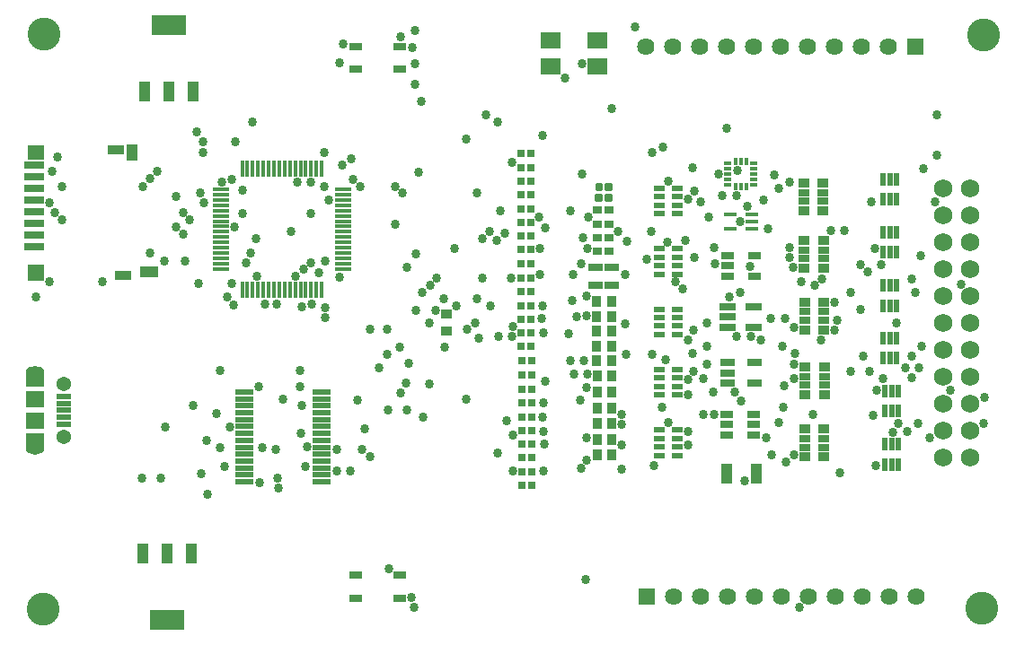
<source format=gbr>
G04 EAGLE Gerber RS-274X export*
G75*
%MOMM*%
%FSLAX34Y34*%
%LPD*%
%INSoldermask Top*%
%IPPOS*%
%AMOC8*
5,1,8,0,0,1.08239X$1,22.5*%
G01*
%ADD10R,0.701600X0.401600*%
%ADD11R,0.401600X0.701600*%
%ADD12R,0.851600X1.041600*%
%ADD13R,0.701600X0.721600*%
%ADD14R,1.091600X1.881600*%
%ADD15R,0.881600X1.081600*%
%ADD16R,1.451600X0.801600*%
%ADD17R,1.301600X0.701600*%
%ADD18R,0.501600X1.301600*%
%ADD19R,1.576600X0.401600*%
%ADD20R,0.401600X1.576600*%
%ADD21R,1.351600X0.701600*%
%ADD22R,1.270000X0.457200*%
%ADD23C,1.751600*%
%ADD24R,1.051600X0.901600*%
%ADD25R,1.501600X0.701600*%
%ADD26R,1.051600X0.651600*%
%ADD27R,0.851600X0.701600*%
%ADD28R,1.151600X0.751600*%
%ADD29R,1.778000X0.533400*%
%ADD30R,1.901600X1.501600*%
%ADD31R,1.051600X1.851600*%
%ADD32R,3.301600X1.851600*%
%ADD33R,1.051600X0.501600*%
%ADD34C,0.419859*%
%ADD35R,1.625600X1.625600*%
%ADD36C,1.625600*%
%ADD37R,1.851600X0.801600*%
%ADD38R,1.651600X1.101600*%
%ADD39R,1.101600X1.551600*%
%ADD40R,1.601600X1.601600*%
%ADD41R,1.601600X1.401600*%
%ADD42R,1.501600X0.901600*%
%ADD43R,1.601600X0.901600*%
%ADD44R,1.451600X0.501600*%
%ADD45C,1.371600*%
%ADD46R,1.651600X1.601600*%
%ADD47C,0.858000*%
%ADD48C,3.101600*%

G36*
X29392Y239423D02*
X29392Y239423D01*
X29392Y239424D01*
X29392Y253424D01*
X29392Y253425D01*
X29267Y254537D01*
X29266Y254538D01*
X29267Y254538D01*
X28897Y255595D01*
X28896Y255595D01*
X28896Y255596D01*
X28301Y256544D01*
X28300Y256544D01*
X28300Y256545D01*
X27508Y257337D01*
X27507Y257337D01*
X26559Y257933D01*
X26558Y257933D01*
X25502Y258303D01*
X25501Y258303D01*
X24388Y258429D01*
X16888Y258429D01*
X16887Y258429D01*
X15774Y258303D01*
X15773Y258303D01*
X14717Y257933D01*
X14716Y257933D01*
X13768Y257337D01*
X13767Y257336D01*
X13767Y257337D01*
X12975Y256545D01*
X12975Y256544D01*
X12974Y256544D01*
X12379Y255596D01*
X12379Y255595D01*
X12378Y255595D01*
X12008Y254538D01*
X12009Y254538D01*
X12008Y254537D01*
X12008Y254534D01*
X12007Y254530D01*
X12007Y254525D01*
X12006Y254520D01*
X12005Y254506D01*
X12004Y254501D01*
X12004Y254496D01*
X12003Y254492D01*
X12003Y254487D01*
X12002Y254487D01*
X12003Y254487D01*
X12002Y254482D01*
X12000Y254468D01*
X12000Y254463D01*
X11999Y254458D01*
X11999Y254454D01*
X11998Y254449D01*
X11998Y254444D01*
X11996Y254430D01*
X11996Y254425D01*
X11995Y254420D01*
X11994Y254416D01*
X11994Y254411D01*
X11993Y254406D01*
X11992Y254392D01*
X11991Y254387D01*
X11991Y254382D01*
X11990Y254378D01*
X11990Y254373D01*
X11988Y254359D01*
X11988Y254354D01*
X11987Y254354D01*
X11988Y254354D01*
X11987Y254349D01*
X11986Y254344D01*
X11986Y254340D01*
X11985Y254335D01*
X11984Y254321D01*
X11983Y254316D01*
X11983Y254311D01*
X11982Y254306D01*
X11982Y254302D01*
X11981Y254297D01*
X11979Y254283D01*
X11979Y254278D01*
X11978Y254273D01*
X11978Y254268D01*
X11977Y254264D01*
X11977Y254259D01*
X11975Y254245D01*
X11975Y254240D01*
X11974Y254235D01*
X11974Y254230D01*
X11973Y254226D01*
X11971Y254207D01*
X11970Y254202D01*
X11970Y254197D01*
X11969Y254192D01*
X11969Y254188D01*
X11967Y254173D01*
X11967Y254169D01*
X11966Y254164D01*
X11966Y254159D01*
X11965Y254154D01*
X11965Y254150D01*
X11964Y254150D01*
X11965Y254150D01*
X11963Y254135D01*
X11962Y254131D01*
X11962Y254126D01*
X11961Y254121D01*
X11961Y254116D01*
X11960Y254112D01*
X11959Y254097D01*
X11958Y254093D01*
X11958Y254088D01*
X11957Y254083D01*
X11956Y254078D01*
X11956Y254074D01*
X11954Y254059D01*
X11954Y254055D01*
X11953Y254050D01*
X11953Y254045D01*
X11952Y254040D01*
X11950Y254021D01*
X11950Y254017D01*
X11949Y254017D01*
X11950Y254017D01*
X11949Y254012D01*
X11948Y254007D01*
X11948Y254002D01*
X11946Y253988D01*
X11946Y253983D01*
X11945Y253979D01*
X11945Y253974D01*
X11944Y253969D01*
X11944Y253964D01*
X11942Y253950D01*
X11941Y253945D01*
X11941Y253941D01*
X11940Y253936D01*
X11940Y253931D01*
X11939Y253926D01*
X11938Y253912D01*
X11937Y253907D01*
X11937Y253903D01*
X11936Y253898D01*
X11936Y253893D01*
X11935Y253888D01*
X11933Y253874D01*
X11933Y253869D01*
X11932Y253865D01*
X11932Y253860D01*
X11931Y253855D01*
X11930Y253841D01*
X11929Y253836D01*
X11929Y253831D01*
X11928Y253827D01*
X11928Y253822D01*
X11927Y253817D01*
X11925Y253803D01*
X11925Y253798D01*
X11924Y253793D01*
X11924Y253789D01*
X11923Y253784D01*
X11923Y253779D01*
X11921Y253765D01*
X11921Y253760D01*
X11920Y253755D01*
X11920Y253751D01*
X11919Y253746D01*
X11918Y253741D01*
X11917Y253727D01*
X11916Y253722D01*
X11916Y253717D01*
X11915Y253713D01*
X11915Y253708D01*
X11913Y253689D01*
X11912Y253684D01*
X11912Y253679D01*
X11911Y253679D01*
X11912Y253679D01*
X11911Y253675D01*
X11910Y253670D01*
X11909Y253656D01*
X11908Y253651D01*
X11908Y253646D01*
X11907Y253641D01*
X11907Y253637D01*
X11906Y253632D01*
X11905Y253618D01*
X11904Y253613D01*
X11903Y253608D01*
X11903Y253603D01*
X11902Y253599D01*
X11902Y253594D01*
X11900Y253580D01*
X11900Y253575D01*
X11899Y253570D01*
X11899Y253565D01*
X11898Y253561D01*
X11898Y253556D01*
X11896Y253542D01*
X11895Y253537D01*
X11895Y253532D01*
X11894Y253527D01*
X11894Y253523D01*
X11892Y253504D01*
X11891Y253499D01*
X11891Y253494D01*
X11890Y253489D01*
X11890Y253485D01*
X11888Y253470D01*
X11887Y253466D01*
X11887Y253461D01*
X11886Y253456D01*
X11886Y253451D01*
X11885Y253447D01*
X11884Y253432D01*
X11883Y253428D01*
X11883Y253425D01*
X11883Y253424D01*
X11883Y239424D01*
X11887Y239419D01*
X11887Y239420D01*
X11888Y239419D01*
X29388Y239419D01*
X29392Y239423D01*
G37*
G36*
X24388Y176420D02*
X24388Y176420D01*
X24388Y176419D01*
X25501Y176545D01*
X25502Y176545D01*
X26558Y176915D01*
X26559Y176915D01*
X27507Y177511D01*
X27508Y177512D01*
X28300Y178303D01*
X28300Y178304D01*
X28301Y178304D01*
X28896Y179252D01*
X28896Y179253D01*
X28897Y179253D01*
X29267Y180310D01*
X29266Y180311D01*
X29267Y180311D01*
X29267Y180314D01*
X29268Y180318D01*
X29268Y180323D01*
X29269Y180328D01*
X29270Y180342D01*
X29271Y180347D01*
X29271Y180352D01*
X29272Y180356D01*
X29273Y180361D01*
X29273Y180366D01*
X29275Y180380D01*
X29275Y180385D01*
X29276Y180390D01*
X29276Y180394D01*
X29277Y180399D01*
X29277Y180404D01*
X29279Y180418D01*
X29279Y180423D01*
X29280Y180423D01*
X29279Y180423D01*
X29280Y180428D01*
X29281Y180432D01*
X29281Y180437D01*
X29282Y180442D01*
X29283Y180456D01*
X29284Y180461D01*
X29284Y180466D01*
X29285Y180470D01*
X29285Y180475D01*
X29287Y180489D01*
X29288Y180494D01*
X29288Y180499D01*
X29289Y180504D01*
X29289Y180508D01*
X29290Y180513D01*
X29291Y180527D01*
X29292Y180532D01*
X29292Y180537D01*
X29293Y180542D01*
X29293Y180546D01*
X29294Y180551D01*
X29296Y180565D01*
X29296Y180570D01*
X29297Y180575D01*
X29297Y180580D01*
X29298Y180584D01*
X29298Y180589D01*
X29300Y180603D01*
X29300Y180608D01*
X29301Y180613D01*
X29301Y180618D01*
X29302Y180622D01*
X29304Y180641D01*
X29305Y180646D01*
X29305Y180651D01*
X29306Y180656D01*
X29306Y180660D01*
X29308Y180675D01*
X29308Y180679D01*
X29309Y180684D01*
X29309Y180689D01*
X29310Y180694D01*
X29311Y180698D01*
X29312Y180713D01*
X29313Y180717D01*
X29313Y180722D01*
X29314Y180727D01*
X29314Y180732D01*
X29315Y180736D01*
X29316Y180751D01*
X29317Y180755D01*
X29317Y180760D01*
X29318Y180760D01*
X29317Y180760D01*
X29318Y180765D01*
X29319Y180770D01*
X29319Y180774D01*
X29321Y180789D01*
X29321Y180793D01*
X29322Y180798D01*
X29322Y180803D01*
X29323Y180808D01*
X29325Y180827D01*
X29326Y180831D01*
X29326Y180836D01*
X29327Y180841D01*
X29327Y180846D01*
X29329Y180860D01*
X29329Y180865D01*
X29330Y180869D01*
X29330Y180874D01*
X29331Y180879D01*
X29331Y180884D01*
X29333Y180898D01*
X29334Y180903D01*
X29334Y180907D01*
X29335Y180912D01*
X29335Y180917D01*
X29336Y180922D01*
X29337Y180936D01*
X29338Y180941D01*
X29338Y180945D01*
X29339Y180950D01*
X29339Y180955D01*
X29340Y180960D01*
X29342Y180974D01*
X29342Y180979D01*
X29343Y180983D01*
X29343Y180988D01*
X29344Y180993D01*
X29345Y181007D01*
X29346Y181012D01*
X29346Y181017D01*
X29347Y181021D01*
X29347Y181026D01*
X29348Y181031D01*
X29350Y181045D01*
X29350Y181050D01*
X29351Y181055D01*
X29351Y181059D01*
X29352Y181064D01*
X29352Y181069D01*
X29354Y181083D01*
X29354Y181088D01*
X29355Y181093D01*
X29355Y181097D01*
X29356Y181097D01*
X29355Y181097D01*
X29356Y181102D01*
X29357Y181107D01*
X29358Y181121D01*
X29359Y181126D01*
X29359Y181131D01*
X29360Y181135D01*
X29360Y181140D01*
X29362Y181159D01*
X29363Y181164D01*
X29364Y181169D01*
X29364Y181173D01*
X29365Y181178D01*
X29366Y181192D01*
X29367Y181197D01*
X29367Y181202D01*
X29368Y181207D01*
X29368Y181211D01*
X29369Y181216D01*
X29370Y181230D01*
X29371Y181230D01*
X29370Y181230D01*
X29371Y181235D01*
X29372Y181240D01*
X29372Y181245D01*
X29373Y181249D01*
X29373Y181254D01*
X29375Y181268D01*
X29375Y181273D01*
X29376Y181278D01*
X29376Y181283D01*
X29377Y181287D01*
X29377Y181292D01*
X29379Y181306D01*
X29380Y181311D01*
X29380Y181316D01*
X29381Y181321D01*
X29381Y181325D01*
X29383Y181344D01*
X29384Y181349D01*
X29384Y181354D01*
X29385Y181359D01*
X29385Y181363D01*
X29387Y181378D01*
X29388Y181382D01*
X29388Y181387D01*
X29389Y181392D01*
X29389Y181397D01*
X29390Y181401D01*
X29391Y181416D01*
X29392Y181420D01*
X29392Y181423D01*
X29392Y181424D01*
X29392Y195424D01*
X29388Y195429D01*
X29388Y195428D01*
X29388Y195429D01*
X11888Y195429D01*
X11883Y195425D01*
X11883Y195424D01*
X11883Y181424D01*
X11883Y181423D01*
X12008Y180311D01*
X12009Y180310D01*
X12008Y180310D01*
X12378Y179253D01*
X12379Y179253D01*
X12379Y179252D01*
X12974Y178304D01*
X12975Y178304D01*
X12975Y178303D01*
X13767Y177512D01*
X13767Y177511D01*
X13768Y177511D01*
X14716Y176915D01*
X14717Y176915D01*
X15773Y176545D01*
X15774Y176545D01*
X16887Y176419D01*
X16887Y176420D01*
X16888Y176419D01*
X24388Y176419D01*
X24388Y176420D01*
G37*
D10*
X673773Y450479D03*
X673773Y445479D03*
X673773Y440479D03*
X673773Y435479D03*
X673773Y430479D03*
D11*
X680773Y428479D03*
X685773Y428479D03*
X690773Y428479D03*
D10*
X697773Y430479D03*
X697773Y435479D03*
X697773Y440479D03*
X697773Y445479D03*
X697773Y450479D03*
D11*
X690773Y452479D03*
X685773Y452479D03*
X680773Y452479D03*
D12*
X550264Y219680D03*
X564264Y219680D03*
D13*
X478604Y368895D03*
X487804Y368895D03*
X478720Y446448D03*
X487920Y446448D03*
X478539Y420487D03*
X487739Y420487D03*
X478852Y316056D03*
X488052Y316056D03*
X488720Y237240D03*
X479520Y237240D03*
X488703Y224178D03*
X479503Y224178D03*
D12*
X550236Y249337D03*
X564236Y249337D03*
D13*
X478747Y459306D03*
X487947Y459306D03*
X487796Y342206D03*
X478596Y342206D03*
D12*
X550069Y305515D03*
X564069Y305515D03*
D13*
X487942Y329193D03*
X478742Y329193D03*
D14*
X672331Y157265D03*
X700331Y157265D03*
D13*
X487849Y407641D03*
X478649Y407641D03*
X487712Y381783D03*
X478512Y381783D03*
D12*
X550185Y189782D03*
X564185Y189782D03*
D13*
X478657Y433672D03*
X487857Y433672D03*
D12*
X564056Y319697D03*
X550056Y319697D03*
D15*
X564140Y277949D03*
X550140Y277949D03*
X564140Y291949D03*
X550140Y291949D03*
D16*
X564310Y335364D03*
X549310Y335364D03*
D13*
X478536Y394570D03*
X487736Y394570D03*
D15*
X564244Y175273D03*
X550244Y175273D03*
X564140Y263849D03*
X550140Y263849D03*
D16*
X564110Y351864D03*
X549110Y351864D03*
D13*
X479170Y264327D03*
X488370Y264327D03*
D12*
X564213Y234909D03*
X550213Y234909D03*
D13*
X488071Y290563D03*
X478871Y290563D03*
X478868Y277413D03*
X488068Y277413D03*
D12*
X564390Y204477D03*
X550390Y204477D03*
D17*
X697831Y194265D03*
X697831Y203765D03*
X697831Y213265D03*
X672831Y213265D03*
X672831Y203765D03*
X672831Y194265D03*
D18*
X834447Y185148D03*
X827947Y185148D03*
X821447Y185148D03*
X821447Y166148D03*
X827947Y166148D03*
X834447Y166148D03*
D19*
X310665Y350724D03*
X310665Y355724D03*
X310665Y360724D03*
X310665Y365724D03*
X310665Y370724D03*
X310665Y375724D03*
X310665Y380724D03*
X310665Y385724D03*
X310665Y390724D03*
X310665Y395724D03*
X310665Y400724D03*
X310665Y405724D03*
X310665Y410724D03*
X310665Y415724D03*
X310665Y420724D03*
X310665Y425724D03*
D20*
X290785Y445604D03*
X285785Y445604D03*
X280785Y445604D03*
X275785Y445604D03*
X270785Y445604D03*
X265785Y445604D03*
X260785Y445604D03*
X255785Y445604D03*
X250785Y445604D03*
X245785Y445604D03*
X240785Y445604D03*
X235785Y445604D03*
X230785Y445604D03*
X225785Y445604D03*
X220785Y445604D03*
X215785Y445604D03*
D19*
X195905Y425724D03*
X195905Y420724D03*
X195905Y415724D03*
X195905Y410724D03*
X195905Y405724D03*
X195905Y400724D03*
X195905Y395724D03*
X195905Y390724D03*
X195905Y385724D03*
X195905Y380724D03*
X195905Y375724D03*
X195905Y370724D03*
X195905Y365724D03*
X195905Y360724D03*
X195905Y355724D03*
X195905Y350724D03*
D20*
X215785Y330844D03*
X220785Y330844D03*
X225785Y330844D03*
X230785Y330844D03*
X235785Y330844D03*
X240785Y330844D03*
X245785Y330844D03*
X250785Y330844D03*
X255785Y330844D03*
X260785Y330844D03*
X265785Y330844D03*
X270785Y330844D03*
X275785Y330844D03*
X280785Y330844D03*
X285785Y330844D03*
X290785Y330844D03*
D17*
X673531Y363065D03*
X673531Y353565D03*
X673531Y344065D03*
X698531Y344065D03*
X698531Y363065D03*
D21*
X673431Y262065D03*
X673431Y252565D03*
X673431Y243065D03*
X698431Y243065D03*
X698431Y262065D03*
D18*
X832761Y335148D03*
X826261Y335148D03*
X819761Y335148D03*
X819761Y316148D03*
X826261Y316148D03*
X832761Y316148D03*
X832761Y385248D03*
X826261Y385248D03*
X819761Y385248D03*
X819761Y366248D03*
X826261Y366248D03*
X832761Y366248D03*
X832761Y435348D03*
X826261Y435348D03*
X819761Y435348D03*
X819761Y416348D03*
X826261Y416348D03*
X832761Y416348D03*
D22*
X696465Y388622D03*
X696465Y395226D03*
X696465Y401830D03*
X675637Y401830D03*
X675637Y388622D03*
D18*
X832761Y285448D03*
X826261Y285448D03*
X819761Y285448D03*
X819761Y266448D03*
X826261Y266448D03*
X832761Y266448D03*
X834413Y235736D03*
X827913Y235736D03*
X821413Y235736D03*
X821413Y216736D03*
X827913Y216736D03*
X834413Y216736D03*
D23*
X901947Y401162D03*
X901947Y426562D03*
X876547Y426562D03*
X876547Y401162D03*
X901947Y375762D03*
X876547Y375762D03*
X901947Y350362D03*
X876547Y350362D03*
X901947Y324962D03*
X876547Y324962D03*
X901947Y299562D03*
X876547Y299562D03*
X901947Y274162D03*
X876547Y274162D03*
X901947Y248762D03*
X876547Y248762D03*
X901947Y223362D03*
X876547Y223362D03*
X901947Y197962D03*
X876547Y197962D03*
X901947Y172562D03*
X876547Y172562D03*
D24*
X408759Y292000D03*
X408759Y308000D03*
D25*
X673031Y314765D03*
X673031Y305265D03*
X673031Y295765D03*
X698031Y295765D03*
X698031Y314765D03*
D24*
X764257Y173185D03*
D26*
X764257Y182435D03*
X764257Y190435D03*
D24*
X764257Y199685D03*
X746257Y199685D03*
D26*
X746257Y190435D03*
X746257Y182435D03*
D24*
X746257Y173185D03*
X764420Y231692D03*
D26*
X764420Y240942D03*
X764420Y248942D03*
D24*
X764420Y258192D03*
X746420Y258192D03*
D26*
X746420Y248942D03*
X746420Y240942D03*
D24*
X746420Y231692D03*
X764211Y293094D03*
D26*
X764211Y302344D03*
X764211Y310344D03*
D24*
X764211Y319594D03*
X746211Y319594D03*
D26*
X746211Y310344D03*
X746211Y302344D03*
D24*
X746211Y293094D03*
X763684Y351073D03*
D26*
X763684Y360323D03*
X763684Y368323D03*
D24*
X763684Y377573D03*
X745684Y377573D03*
D26*
X745684Y368323D03*
X745684Y360323D03*
D24*
X745684Y351073D03*
X763211Y405553D03*
D26*
X763211Y414803D03*
X763211Y422803D03*
D24*
X763211Y432053D03*
X745211Y432053D03*
D26*
X745211Y422803D03*
X745211Y414803D03*
D24*
X745211Y405553D03*
D27*
X550783Y367403D03*
X561783Y367403D03*
X561737Y393211D03*
X550737Y393211D03*
X561712Y380337D03*
X550712Y380337D03*
X561685Y405971D03*
X550685Y405971D03*
D28*
X322971Y61592D03*
X364471Y61592D03*
X322971Y40092D03*
X364471Y40092D03*
X323061Y560489D03*
X364561Y560489D03*
X323061Y538989D03*
X364561Y538989D03*
D29*
X290554Y149923D03*
X290554Y156423D03*
X290554Y162923D03*
X290554Y169423D03*
X290554Y175923D03*
X290554Y182423D03*
X290554Y188923D03*
X290554Y195423D03*
X290554Y201923D03*
X290554Y208423D03*
X290554Y214923D03*
X290554Y221423D03*
X290554Y227923D03*
X290554Y234423D03*
X218207Y234423D03*
X218207Y227923D03*
X218207Y221423D03*
X218207Y214923D03*
X218207Y208423D03*
X218207Y201923D03*
X218207Y195423D03*
X218207Y188923D03*
X218207Y182423D03*
X218207Y175923D03*
X218207Y169423D03*
X218207Y162923D03*
X218207Y156423D03*
X218207Y149923D03*
D30*
X550981Y566232D03*
X506981Y566232D03*
X506981Y542232D03*
X550981Y542232D03*
D31*
X168071Y82516D03*
X145071Y82516D03*
X122071Y82516D03*
D32*
X145071Y19516D03*
D31*
X123697Y517996D03*
X146697Y517996D03*
X169697Y517996D03*
D32*
X146697Y580996D03*
D13*
X488839Y185358D03*
X479639Y185358D03*
X488649Y250740D03*
X479449Y250740D03*
X478906Y303205D03*
X488106Y303205D03*
X488903Y172295D03*
X479703Y172295D03*
X479703Y159319D03*
X488903Y159319D03*
X479766Y146588D03*
X488966Y146588D03*
X488903Y198207D03*
X479703Y198207D03*
X488712Y211120D03*
X479512Y211120D03*
X487760Y355671D03*
X478560Y355671D03*
D33*
X608690Y255748D03*
X608690Y247748D03*
X608690Y239748D03*
X608690Y231748D03*
X625690Y231748D03*
X625690Y239748D03*
X625690Y247748D03*
X625690Y255748D03*
X625690Y174748D03*
X625690Y182748D03*
X625690Y190748D03*
X625690Y198748D03*
X608690Y198748D03*
X608690Y190748D03*
X608690Y182748D03*
X608690Y174748D03*
X608690Y312748D03*
X608690Y304748D03*
X608690Y296748D03*
X608690Y288748D03*
X625690Y288748D03*
X625690Y296748D03*
X625690Y304748D03*
X625690Y312748D03*
X608690Y369748D03*
X608690Y361748D03*
X608690Y353748D03*
X608690Y345748D03*
X625690Y345748D03*
X625690Y353748D03*
X625690Y361748D03*
X625690Y369748D03*
X608690Y426748D03*
X608690Y418748D03*
X608690Y410748D03*
X608690Y402748D03*
X625690Y402748D03*
X625690Y410748D03*
X625690Y418748D03*
X625690Y426748D03*
D34*
X562353Y430146D02*
X559185Y430146D01*
X562353Y430146D02*
X562353Y426978D01*
X559185Y426978D01*
X559185Y430146D01*
X553463Y430146D02*
X550295Y430146D01*
X553463Y430146D02*
X553463Y426978D01*
X550295Y426978D01*
X550295Y430146D01*
X550168Y416564D02*
X553336Y416564D01*
X550168Y416564D02*
X550168Y419732D01*
X553336Y419732D01*
X553336Y416564D01*
X559058Y416564D02*
X562226Y416564D01*
X559058Y416564D02*
X559058Y419732D01*
X562226Y419732D01*
X562226Y416564D01*
D35*
X596964Y41275D03*
D36*
X622364Y41275D03*
X647764Y41275D03*
X673164Y41275D03*
X698564Y41275D03*
X723964Y41275D03*
X749364Y41275D03*
X774764Y41275D03*
X800164Y41275D03*
X825564Y41275D03*
X850964Y41275D03*
D35*
X850011Y560515D03*
D36*
X824611Y560515D03*
X799211Y560515D03*
X773811Y560515D03*
X748411Y560515D03*
X723011Y560515D03*
X697611Y560515D03*
X672211Y560515D03*
X646811Y560515D03*
X621411Y560515D03*
X596011Y560515D03*
D37*
X19825Y371924D03*
X19825Y382924D03*
X19825Y393924D03*
X19825Y404924D03*
X19825Y415924D03*
X19825Y426924D03*
X19825Y437924D03*
X19825Y448924D03*
D38*
X127825Y348174D03*
D39*
X112075Y460174D03*
D40*
X21075Y347424D03*
D41*
X21075Y460924D03*
D42*
X103575Y344174D03*
D43*
X97075Y463424D03*
D44*
X47638Y230424D03*
X47638Y223924D03*
X47638Y217424D03*
X47638Y210924D03*
X47638Y204424D03*
D45*
X47638Y242424D03*
X47638Y192424D03*
X20638Y252424D03*
D46*
X20638Y227424D03*
X20638Y207424D03*
D45*
X20638Y182424D03*
D47*
X540800Y238400D03*
X680000Y234400D03*
X541600Y370400D03*
X661600Y355200D03*
X660000Y234400D03*
X573600Y213600D03*
X650400Y213600D03*
X540800Y191200D03*
X709600Y191200D03*
X270400Y240000D03*
X231200Y240000D03*
X232000Y148800D03*
X249600Y153600D03*
X471200Y193600D03*
X499758Y197537D03*
X531200Y305600D03*
X498525Y303759D03*
X271200Y195200D03*
X695200Y287200D03*
X681600Y287200D03*
X655200Y399200D03*
X542400Y399200D03*
X711200Y388800D03*
X180000Y412800D03*
X34400Y412800D03*
X196800Y432800D03*
X378400Y576000D03*
X526719Y321258D03*
X495784Y399607D03*
X601601Y385690D03*
X597130Y360167D03*
X694400Y352800D03*
X471200Y160000D03*
X499696Y160000D03*
X471353Y296597D03*
X577220Y298819D03*
X376000Y560000D03*
X470400Y451200D03*
X318400Y454400D03*
X857600Y445600D03*
X870400Y458400D03*
X280800Y432800D03*
X268000Y432800D03*
X470400Y287200D03*
X499531Y290185D03*
X464800Y207200D03*
X499188Y210947D03*
X573600Y204000D03*
X686400Y226400D03*
X457600Y287200D03*
X254400Y228000D03*
X307200Y545600D03*
X855200Y363200D03*
X721600Y205600D03*
X617600Y205600D03*
X352800Y270400D03*
X577372Y270337D03*
X728000Y168800D03*
X603925Y165485D03*
X370540Y242642D03*
X392495Y242134D03*
X456800Y176800D03*
X501600Y389600D03*
X578400Y376800D03*
X611200Y220000D03*
X725600Y220000D03*
X616800Y376000D03*
X615200Y264800D03*
X602527Y270452D03*
X715200Y175200D03*
X736000Y175200D03*
X779200Y158400D03*
X914400Y204800D03*
X805600Y348000D03*
X789600Y253600D03*
X807200Y253600D03*
X856000Y277600D03*
X774400Y292800D03*
X818400Y354400D03*
X798400Y354400D03*
X798400Y312800D03*
X812000Y369600D03*
X653600Y260800D03*
X736000Y260800D03*
X331200Y200000D03*
X636000Y197600D03*
X650400Y247200D03*
X736000Y247200D03*
X352800Y293600D03*
X336800Y293600D03*
X364800Y233600D03*
X636000Y232000D03*
X726400Y240800D03*
X636000Y246400D03*
X364000Y276800D03*
X660800Y213600D03*
X753600Y213600D03*
X372800Y261880D03*
X641600Y254400D03*
X789600Y328800D03*
X684800Y328800D03*
X850400Y328800D03*
X499695Y224406D03*
X534400Y227200D03*
X426639Y227327D03*
X219200Y356800D03*
X280800Y356800D03*
X324800Y227200D03*
X636000Y184800D03*
X573600Y184800D03*
X776800Y302400D03*
X832800Y300000D03*
X774400Y319200D03*
X853600Y257600D03*
X820000Y247200D03*
X761600Y283200D03*
X840800Y257600D03*
X762400Y341600D03*
X847200Y341600D03*
X847200Y248000D03*
X755200Y335200D03*
X893600Y336000D03*
X828800Y196800D03*
X864000Y191200D03*
X770400Y387200D03*
X783200Y387200D03*
X800800Y268800D03*
X847200Y268800D03*
X834400Y204800D03*
X852800Y204800D03*
X714400Y304000D03*
X727200Y304000D03*
X812800Y164800D03*
X808800Y414400D03*
X868800Y414400D03*
X842400Y197600D03*
X640000Y271200D03*
X736800Y271200D03*
X406400Y276800D03*
X636000Y284000D03*
X704800Y284000D03*
X428000Y293600D03*
X653600Y277600D03*
X724800Y277600D03*
X288000Y347200D03*
X307200Y343200D03*
X344800Y257600D03*
X501245Y244621D03*
X523252Y289435D03*
X640800Y292800D03*
X653600Y300000D03*
X736000Y295200D03*
X385600Y328800D03*
X624000Y338400D03*
X743200Y338400D03*
X371200Y352000D03*
X660800Y371200D03*
X732000Y371200D03*
X392800Y335200D03*
X631200Y332000D03*
X642400Y361600D03*
X732000Y361600D03*
X379200Y364800D03*
X633600Y377600D03*
X735200Y352000D03*
X427200Y473600D03*
X648000Y413600D03*
X707200Y416000D03*
X360000Y428800D03*
X636000Y416800D03*
X732000Y432800D03*
X320000Y435200D03*
X294400Y358400D03*
X535200Y356000D03*
X281600Y317600D03*
X405600Y322400D03*
X520000Y531200D03*
X206400Y336800D03*
X174400Y336800D03*
X199200Y164000D03*
X275200Y164000D03*
X682400Y444000D03*
X640000Y446400D03*
X564000Y502400D03*
X36800Y442400D03*
X166400Y396800D03*
X45600Y396800D03*
X45600Y428000D03*
X234400Y182400D03*
X195200Y182400D03*
X160000Y383200D03*
X336000Y173600D03*
X664800Y440000D03*
X536000Y440000D03*
X499200Y476800D03*
X172800Y480000D03*
X176000Y422400D03*
X122400Y428000D03*
X161600Y358400D03*
X142400Y358400D03*
X540000Y57600D03*
X386400Y211200D03*
X192000Y214400D03*
X208800Y390400D03*
X153600Y390400D03*
X870400Y496000D03*
X445600Y496000D03*
X360000Y392800D03*
X216000Y403200D03*
X280800Y403200D03*
X292800Y428800D03*
X327200Y428800D03*
X384800Y508800D03*
X216000Y424800D03*
X128800Y436000D03*
X143200Y201600D03*
X204000Y201600D03*
X311200Y563200D03*
X206400Y435200D03*
X304800Y160000D03*
X317600Y160000D03*
X612000Y465600D03*
X179200Y460800D03*
X39200Y404000D03*
X160000Y404000D03*
X176800Y157600D03*
X84000Y338400D03*
X617600Y433600D03*
X717600Y439200D03*
X310400Y448800D03*
X721600Y426400D03*
X642400Y424000D03*
X293600Y460800D03*
X602400Y460800D03*
X439200Y285600D03*
X229600Y344000D03*
X496800Y345600D03*
X248000Y317600D03*
X498641Y316064D03*
X540800Y306400D03*
X261600Y386400D03*
X448800Y386400D03*
X449943Y316166D03*
X224000Y365600D03*
X128800Y365600D03*
X183200Y137600D03*
X689600Y150400D03*
X469600Y342400D03*
X442400Y342400D03*
X442400Y379200D03*
X228800Y379200D03*
X398400Y311200D03*
X379200Y311200D03*
X371200Y217600D03*
X353600Y217600D03*
X354400Y68000D03*
X276800Y183200D03*
X182400Y188800D03*
X179200Y470400D03*
X209600Y470400D03*
X364800Y569600D03*
X304800Y180000D03*
X328800Y180000D03*
X740800Y31200D03*
X536800Y380000D03*
X456000Y377600D03*
X536000Y544000D03*
X294400Y304800D03*
X437293Y322477D03*
X378400Y544000D03*
X294400Y314400D03*
X417600Y316000D03*
X436800Y422400D03*
X367200Y422400D03*
X586400Y579200D03*
X570400Y386400D03*
X463200Y384000D03*
X375200Y40800D03*
X525398Y405854D03*
X459200Y405600D03*
X435200Y300000D03*
X392000Y300000D03*
X272000Y315200D03*
X399200Y342400D03*
X272000Y221600D03*
X169600Y221600D03*
X136000Y442400D03*
X382400Y441600D03*
X672800Y483200D03*
X153600Y419200D03*
X195200Y255200D03*
X270400Y255200D03*
X500533Y185448D03*
X247200Y180000D03*
X692000Y409600D03*
X684800Y395200D03*
X208000Y316800D03*
X273600Y350400D03*
X297600Y416000D03*
X201600Y324000D03*
X21600Y324000D03*
X237600Y317600D03*
X266400Y344000D03*
X378400Y524800D03*
X250400Y144000D03*
X813600Y236000D03*
X883200Y236000D03*
X810400Y212800D03*
X915200Y229600D03*
X681600Y420000D03*
X668000Y420000D03*
X139200Y153600D03*
X121600Y153600D03*
X41600Y456000D03*
X34400Y338400D03*
X535200Y162400D03*
X524800Y264000D03*
X537600Y264000D03*
X541131Y251454D03*
X528395Y251200D03*
X675200Y324000D03*
X540800Y324800D03*
X225600Y489600D03*
X456800Y489600D03*
X416000Y369600D03*
X496800Y369600D03*
X528000Y345600D03*
X577245Y345600D03*
X573104Y162006D03*
X540800Y170400D03*
X377600Y31200D03*
D48*
X29147Y572326D03*
X28385Y29845D03*
X912813Y30671D03*
X914845Y571754D03*
M02*

</source>
